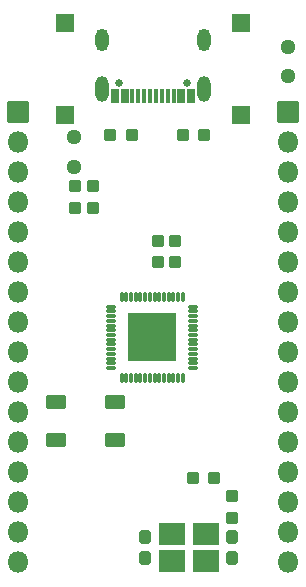
<source format=gts>
%TF.GenerationSoftware,KiCad,Pcbnew,7.0.2-6a45011f42~172~ubuntu22.04.1*%
%TF.CreationDate,2023-05-03T21:07:20-04:00*%
%TF.ProjectId,RP2040_DevBoard_v2,52503230-3430-45f4-9465-76426f617264,-*%
%TF.SameCoordinates,Original*%
%TF.FileFunction,Soldermask,Top*%
%TF.FilePolarity,Negative*%
%FSLAX46Y46*%
G04 Gerber Fmt 4.6, Leading zero omitted, Abs format (unit mm)*
G04 Created by KiCad (PCBNEW 7.0.2-6a45011f42~172~ubuntu22.04.1) date 2023-05-03 21:07:20*
%MOMM*%
%LPD*%
G01*
G04 APERTURE LIST*
G04 Aperture macros list*
%AMRoundRect*
0 Rectangle with rounded corners*
0 $1 Rounding radius*
0 $2 $3 $4 $5 $6 $7 $8 $9 X,Y pos of 4 corners*
0 Add a 4 corners polygon primitive as box body*
4,1,4,$2,$3,$4,$5,$6,$7,$8,$9,$2,$3,0*
0 Add four circle primitives for the rounded corners*
1,1,$1+$1,$2,$3*
1,1,$1+$1,$4,$5*
1,1,$1+$1,$6,$7*
1,1,$1+$1,$8,$9*
0 Add four rect primitives between the rounded corners*
20,1,$1+$1,$2,$3,$4,$5,0*
20,1,$1+$1,$4,$5,$6,$7,0*
20,1,$1+$1,$6,$7,$8,$9,0*
20,1,$1+$1,$8,$9,$2,$3,0*%
G04 Aperture macros list end*
%ADD10RoundRect,0.050800X-0.850000X-0.850000X0.850000X-0.850000X0.850000X0.850000X-0.850000X0.850000X0*%
%ADD11O,1.801600X1.801600*%
%ADD12RoundRect,0.288300X-0.237500X0.250000X-0.237500X-0.250000X0.237500X-0.250000X0.237500X0.250000X0*%
%ADD13RoundRect,0.050800X0.750000X-0.750000X0.750000X0.750000X-0.750000X0.750000X-0.750000X-0.750000X0*%
%ADD14RoundRect,0.050800X-0.800000X-0.500000X0.800000X-0.500000X0.800000X0.500000X-0.800000X0.500000X0*%
%ADD15RoundRect,0.288300X0.237500X-0.250000X0.237500X0.250000X-0.237500X0.250000X-0.237500X-0.250000X0*%
%ADD16C,0.650000*%
%ADD17RoundRect,0.050800X0.300000X0.575000X-0.300000X0.575000X-0.300000X-0.575000X0.300000X-0.575000X0*%
%ADD18RoundRect,0.050800X0.150000X0.575000X-0.150000X0.575000X-0.150000X-0.575000X0.150000X-0.575000X0*%
%ADD19O,1.101600X2.201600*%
%ADD20O,1.101600X1.901600*%
%ADD21RoundRect,0.288300X-0.250000X-0.237500X0.250000X-0.237500X0.250000X0.237500X-0.250000X0.237500X0*%
%ADD22RoundRect,0.050800X-1.050000X-0.900000X1.050000X-0.900000X1.050000X0.900000X-1.050000X0.900000X0*%
%ADD23RoundRect,0.300800X0.250000X-0.250000X0.250000X0.250000X-0.250000X0.250000X-0.250000X-0.250000X0*%
%ADD24RoundRect,0.100800X-0.350000X-0.050000X0.350000X-0.050000X0.350000X0.050000X-0.350000X0.050000X0*%
%ADD25RoundRect,0.100800X-0.050000X-0.350000X0.050000X-0.350000X0.050000X0.350000X-0.050000X0.350000X0*%
%ADD26RoundRect,0.050800X-2.000000X-2.000000X2.000000X-2.000000X2.000000X2.000000X-2.000000X2.000000X0*%
%ADD27RoundRect,0.288300X0.250000X0.237500X-0.250000X0.237500X-0.250000X-0.237500X0.250000X-0.237500X0*%
%ADD28RoundRect,0.288300X0.237500X-0.300000X0.237500X0.300000X-0.237500X0.300000X-0.237500X-0.300000X0*%
%ADD29RoundRect,0.300800X-0.250000X0.250000X-0.250000X-0.250000X0.250000X-0.250000X0.250000X0.250000X0*%
%ADD30RoundRect,0.288300X-0.237500X0.300000X-0.237500X-0.300000X0.237500X-0.300000X0.237500X0.300000X0*%
G04 APERTURE END LIST*
D10*
%TO.C,J2*%
X156210000Y-98425000D03*
D11*
X156210000Y-100965000D03*
X156210000Y-103505000D03*
X156210000Y-106045000D03*
X156210000Y-108585000D03*
X156210000Y-111125000D03*
X156210000Y-113665000D03*
X156210000Y-116205000D03*
X156210000Y-118745000D03*
X156210000Y-121285000D03*
X156210000Y-123825000D03*
X156210000Y-126365000D03*
X156210000Y-128905000D03*
X156210000Y-131445000D03*
X156210000Y-133985000D03*
X156210000Y-136525000D03*
%TD*%
D12*
%TO.C,R4*%
X162585400Y-104700700D03*
X162585400Y-106525700D03*
%TD*%
D13*
%TO.C,SW1*%
X160172400Y-98669600D03*
X160172400Y-90869600D03*
%TD*%
D14*
%TO.C,D2*%
X159425000Y-122961600D03*
X159425000Y-126161600D03*
X164425000Y-126161600D03*
X164425000Y-122961600D03*
%TD*%
D15*
%TO.C,R1*%
X161010600Y-106525700D03*
X161010600Y-104700700D03*
%TD*%
%TO.C,R7*%
X169545000Y-111125000D03*
X169545000Y-109300000D03*
%TD*%
D10*
%TO.C,J1*%
X179070000Y-98425000D03*
D11*
X179070000Y-100965000D03*
X179070000Y-103505000D03*
X179070000Y-106045000D03*
X179070000Y-108585000D03*
X179070000Y-111125000D03*
X179070000Y-113665000D03*
X179070000Y-116205000D03*
X179070000Y-118745000D03*
X179070000Y-121285000D03*
X179070000Y-123825000D03*
X179070000Y-126365000D03*
X179070000Y-128905000D03*
X179070000Y-131445000D03*
X179070000Y-133985000D03*
X179070000Y-136525000D03*
%TD*%
D15*
%TO.C,R8*%
X168051000Y-111125000D03*
X168051000Y-109300000D03*
%TD*%
D16*
%TO.C,J3*%
X170530000Y-95950000D03*
X164750000Y-95950000D03*
D17*
X170840000Y-97025000D03*
X170040000Y-97025000D03*
D18*
X168890000Y-97025000D03*
X167890000Y-97025000D03*
X167390000Y-97025000D03*
X166390000Y-97025000D03*
D17*
X165240000Y-97025000D03*
X164440000Y-97025000D03*
X164440000Y-97025000D03*
X165240000Y-97025000D03*
D18*
X165890000Y-97025000D03*
X166890000Y-97025000D03*
X168390000Y-97025000D03*
X169390000Y-97025000D03*
D17*
X170040000Y-97025000D03*
X170840000Y-97025000D03*
D19*
X171960000Y-96450000D03*
D20*
X171960000Y-92270000D03*
D19*
X163320000Y-96450000D03*
D20*
X163320000Y-92270000D03*
%TD*%
D13*
%TO.C,SW2*%
X175107600Y-98655800D03*
X175107600Y-90855800D03*
%TD*%
D12*
%TO.C,R3*%
X174371000Y-130913500D03*
X174371000Y-132738500D03*
%TD*%
D21*
%TO.C,R5*%
X170180000Y-100330000D03*
X172005000Y-100330000D03*
%TD*%
D22*
%TO.C,Y1*%
X169238000Y-136405000D03*
X172138000Y-136405000D03*
X172138000Y-134105000D03*
X169238000Y-134105000D03*
%TD*%
D23*
%TO.C,D3*%
X179070000Y-95357000D03*
X179070000Y-92857000D03*
%TD*%
D24*
%TO.C,U2*%
X164130000Y-114875000D03*
X164130000Y-115275000D03*
X164130000Y-115675000D03*
X164130000Y-116075000D03*
X164130000Y-116475000D03*
X164130000Y-116875000D03*
X164130000Y-117275000D03*
X164130000Y-117675000D03*
X164130000Y-118075000D03*
X164130000Y-118475000D03*
X164130000Y-118875000D03*
X164130000Y-119275000D03*
X164130000Y-119675000D03*
X164130000Y-120075000D03*
D25*
X164980000Y-120925000D03*
X165380000Y-120925000D03*
X165780000Y-120925000D03*
X166180000Y-120925000D03*
X166580000Y-120925000D03*
X166980000Y-120925000D03*
X167380000Y-120925000D03*
X167780000Y-120925000D03*
X168180000Y-120925000D03*
X168580000Y-120925000D03*
X168980000Y-120925000D03*
X169380000Y-120925000D03*
X169780000Y-120925000D03*
X170180000Y-120925000D03*
D24*
X171030000Y-120075000D03*
X171030000Y-119675000D03*
X171030000Y-119275000D03*
X171030000Y-118875000D03*
X171030000Y-118475000D03*
X171030000Y-118075000D03*
X171030000Y-117675000D03*
X171030000Y-117275000D03*
X171030000Y-116875000D03*
X171030000Y-116475000D03*
X171030000Y-116075000D03*
X171030000Y-115675000D03*
X171030000Y-115275000D03*
X171030000Y-114875000D03*
D25*
X170180000Y-114025000D03*
X169780000Y-114025000D03*
X169380000Y-114025000D03*
X168980000Y-114025000D03*
X168580000Y-114025000D03*
X168180000Y-114025000D03*
X167780000Y-114025000D03*
X167380000Y-114025000D03*
X166980000Y-114025000D03*
X166580000Y-114025000D03*
X166180000Y-114025000D03*
X165780000Y-114025000D03*
X165380000Y-114025000D03*
X164980000Y-114025000D03*
D26*
X167580000Y-117475000D03*
%TD*%
D27*
%TO.C,R2*%
X172845100Y-129413000D03*
X171020100Y-129413000D03*
%TD*%
%TO.C,R6*%
X165862000Y-100330000D03*
X164037000Y-100330000D03*
%TD*%
D28*
%TO.C,C16*%
X167005000Y-136117500D03*
X167005000Y-134392500D03*
%TD*%
D29*
%TO.C,D1*%
X160985200Y-100527800D03*
X160985200Y-103027800D03*
%TD*%
D30*
%TO.C,C17*%
X174371000Y-134392500D03*
X174371000Y-136117500D03*
%TD*%
M02*

</source>
